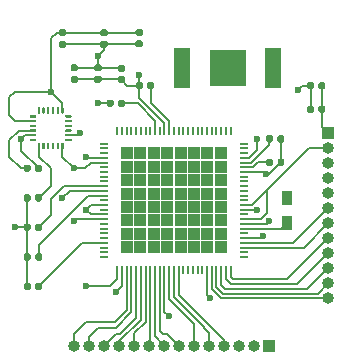
<source format=gtl>
G04 #@! TF.GenerationSoftware,KiCad,Pcbnew,(5.1.6)-1*
G04 #@! TF.CreationDate,2021-01-19T17:49:51-08:00*
G04 #@! TF.ProjectId,scum3c-devboard,7363756d-3363-42d6-9465-76626f617264,rev?*
G04 #@! TF.SameCoordinates,Original*
G04 #@! TF.FileFunction,Copper,L1,Top*
G04 #@! TF.FilePolarity,Positive*
%FSLAX46Y46*%
G04 Gerber Fmt 4.6, Leading zero omitted, Abs format (unit mm)*
G04 Created by KiCad (PCBNEW (5.1.6)-1) date 2021-01-19 17:49:51*
%MOMM*%
%LPD*%
G01*
G04 APERTURE LIST*
G04 #@! TA.AperFunction,ComponentPad*
%ADD10O,1.000000X1.000000*%
G04 #@! TD*
G04 #@! TA.AperFunction,ComponentPad*
%ADD11R,1.000000X1.000000*%
G04 #@! TD*
G04 #@! TA.AperFunction,ComponentPad*
%ADD12C,0.568750*%
G04 #@! TD*
G04 #@! TA.AperFunction,SMDPad,CuDef*
%ADD13R,1.137500X1.137500*%
G04 #@! TD*
G04 #@! TA.AperFunction,SMDPad,CuDef*
%ADD14O,0.200000X0.800000*%
G04 #@! TD*
G04 #@! TA.AperFunction,SMDPad,CuDef*
%ADD15O,0.800000X0.200000*%
G04 #@! TD*
G04 #@! TA.AperFunction,SMDPad,CuDef*
%ADD16R,0.900000X1.200000*%
G04 #@! TD*
G04 #@! TA.AperFunction,SMDPad,CuDef*
%ADD17R,1.350000X3.500000*%
G04 #@! TD*
G04 #@! TA.AperFunction,SMDPad,CuDef*
%ADD18R,3.170000X3.170000*%
G04 #@! TD*
G04 #@! TA.AperFunction,ViaPad*
%ADD19C,0.600000*%
G04 #@! TD*
G04 #@! TA.AperFunction,Conductor*
%ADD20C,0.200000*%
G04 #@! TD*
G04 APERTURE END LIST*
D10*
G04 #@! TO.P,JB1,12*
G04 #@! TO.N,/RsTx*
X115500000Y-101470000D03*
G04 #@! TO.P,JB1,11*
G04 #@! TO.N,/RsRx*
X115500000Y-100200000D03*
G04 #@! TO.P,JB1,10*
G04 #@! TO.N,/3WB_CLK*
X115500000Y-98930000D03*
G04 #@! TO.P,JB1,9*
G04 #@! TO.N,/3WB_ENB*
X115500000Y-97660000D03*
G04 #@! TO.P,JB1,8*
G04 #@! TO.N,/3WB_DATA*
X115500000Y-96390000D03*
G04 #@! TO.P,JB1,7*
G04 #@! TO.N,/SENSOR_LDO_OUTPUT*
X115500000Y-95120000D03*
G04 #@! TO.P,JB1,6*
G04 #@! TO.N,/SENSOR_EXT_IN*
X115500000Y-93850000D03*
G04 #@! TO.P,JB1,5*
G04 #@! TO.N,/BOOT_SOURCE_SEL*
X115500000Y-92580000D03*
G04 #@! TO.P,JB1,4*
G04 #@! TO.N,+VDDD*
X115500000Y-91310000D03*
G04 #@! TO.P,JB1,3*
G04 #@! TO.N,+VDDIO*
X115500000Y-90040000D03*
G04 #@! TO.P,JB1,2*
G04 #@! TO.N,+VBAT*
X115500000Y-88770000D03*
D11*
G04 #@! TO.P,JB1,1*
G04 #@! TO.N,GND*
X115500000Y-87500000D03*
G04 #@! TD*
D10*
G04 #@! TO.P,JA1,14*
G04 #@! TO.N,/GPIO0*
X93990000Y-105500000D03*
G04 #@! TO.P,JA1,13*
G04 #@! TO.N,/GPIO1*
X95260000Y-105500000D03*
G04 #@! TO.P,JA1,12*
G04 #@! TO.N,/GPIO2*
X96530000Y-105500000D03*
G04 #@! TO.P,JA1,11*
G04 #@! TO.N,/GPIO3*
X97800000Y-105500000D03*
G04 #@! TO.P,JA1,10*
G04 #@! TO.N,/GPIO4*
X99070000Y-105500000D03*
G04 #@! TO.P,JA1,9*
G04 #@! TO.N,/GPIO5*
X100340000Y-105500000D03*
G04 #@! TO.P,JA1,8*
G04 #@! TO.N,/GPIO6*
X101610000Y-105500000D03*
G04 #@! TO.P,JA1,7*
G04 #@! TO.N,/GPIO7*
X102880000Y-105500000D03*
G04 #@! TO.P,JA1,6*
G04 #@! TO.N,/GPIO8*
X104150000Y-105500000D03*
G04 #@! TO.P,JA1,5*
G04 #@! TO.N,/GPIO9*
X105420000Y-105500000D03*
G04 #@! TO.P,JA1,4*
G04 #@! TO.N,/GPIO10*
X106690000Y-105500000D03*
G04 #@! TO.P,JA1,3*
G04 #@! TO.N,GND*
X107960000Y-105500000D03*
G04 #@! TO.P,JA1,2*
X109230000Y-105500000D03*
D11*
G04 #@! TO.P,JA1,1*
X110500000Y-105500000D03*
G04 #@! TD*
G04 #@! TO.P,R13,2*
G04 #@! TO.N,GND*
G04 #@! TA.AperFunction,SMDPad,CuDef*
G36*
G01*
X111190000Y-88172500D02*
X111190000Y-87827500D01*
G75*
G02*
X111337500Y-87680000I147500J0D01*
G01*
X111632500Y-87680000D01*
G75*
G02*
X111780000Y-87827500I0J-147500D01*
G01*
X111780000Y-88172500D01*
G75*
G02*
X111632500Y-88320000I-147500J0D01*
G01*
X111337500Y-88320000D01*
G75*
G02*
X111190000Y-88172500I0J147500D01*
G01*
G37*
G04 #@! TD.AperFunction*
G04 #@! TO.P,R13,1*
G04 #@! TO.N,Net-(R13-Pad1)*
G04 #@! TA.AperFunction,SMDPad,CuDef*
G36*
G01*
X110220000Y-88172500D02*
X110220000Y-87827500D01*
G75*
G02*
X110367500Y-87680000I147500J0D01*
G01*
X110662500Y-87680000D01*
G75*
G02*
X110810000Y-87827500I0J-147500D01*
G01*
X110810000Y-88172500D01*
G75*
G02*
X110662500Y-88320000I-147500J0D01*
G01*
X110367500Y-88320000D01*
G75*
G02*
X110220000Y-88172500I0J147500D01*
G01*
G37*
G04 #@! TD.AperFunction*
G04 #@! TD*
G04 #@! TO.P,C24,1*
G04 #@! TO.N,+VDDAO*
G04 #@! TA.AperFunction,SMDPad,CuDef*
G36*
G01*
X98295000Y-84827500D02*
X98295000Y-85172500D01*
G75*
G02*
X98147500Y-85320000I-147500J0D01*
G01*
X97852500Y-85320000D01*
G75*
G02*
X97705000Y-85172500I0J147500D01*
G01*
X97705000Y-84827500D01*
G75*
G02*
X97852500Y-84680000I147500J0D01*
G01*
X98147500Y-84680000D01*
G75*
G02*
X98295000Y-84827500I0J-147500D01*
G01*
G37*
G04 #@! TD.AperFunction*
G04 #@! TO.P,C24,2*
G04 #@! TO.N,GND*
G04 #@! TA.AperFunction,SMDPad,CuDef*
G36*
G01*
X97325000Y-84827500D02*
X97325000Y-85172500D01*
G75*
G02*
X97177500Y-85320000I-147500J0D01*
G01*
X96882500Y-85320000D01*
G75*
G02*
X96735000Y-85172500I0J147500D01*
G01*
X96735000Y-84827500D01*
G75*
G02*
X96882500Y-84680000I147500J0D01*
G01*
X97177500Y-84680000D01*
G75*
G02*
X97325000Y-84827500I0J-147500D01*
G01*
G37*
G04 #@! TD.AperFunction*
G04 #@! TD*
D12*
G04 #@! TO.P,U8,101*
G04 #@! TO.N,GND*
X106412500Y-97187500D03*
X106412500Y-96050000D03*
X106412500Y-94912500D03*
X106412500Y-93775000D03*
X106412500Y-92637500D03*
X106412500Y-91500000D03*
X106412500Y-90362500D03*
X106412500Y-89225000D03*
X105275000Y-97187500D03*
X105275000Y-96050000D03*
X105275000Y-94912500D03*
X105275000Y-93775000D03*
X105275000Y-92637500D03*
X105275000Y-91500000D03*
X105275000Y-90362500D03*
X105275000Y-89225000D03*
X104137500Y-97187500D03*
X104137500Y-96050000D03*
X104137500Y-94912500D03*
X104137500Y-93775000D03*
X104137500Y-92637500D03*
X104137500Y-91500000D03*
X104137500Y-90362500D03*
X104137500Y-89225000D03*
X103000000Y-97187500D03*
X103000000Y-96050000D03*
X103000000Y-94912500D03*
X103000000Y-93775000D03*
X103000000Y-92637500D03*
X103000000Y-91500000D03*
X103000000Y-90362500D03*
X103000000Y-89225000D03*
X101862500Y-97187500D03*
X101862500Y-96050000D03*
X101862500Y-94912500D03*
X101862500Y-93775000D03*
X101862500Y-92637500D03*
X101862500Y-91500000D03*
X101862500Y-90362500D03*
X101862500Y-89225000D03*
X100725000Y-97187500D03*
X100725000Y-96050000D03*
X100725000Y-94912500D03*
X100725000Y-93775000D03*
X100725000Y-92637500D03*
X100725000Y-91500000D03*
X100725000Y-90362500D03*
X100725000Y-89225000D03*
X99587500Y-97187500D03*
X99587500Y-96050000D03*
X99587500Y-94912500D03*
X99587500Y-93775000D03*
X99587500Y-92637500D03*
X99587500Y-91500000D03*
X99587500Y-90362500D03*
X99587500Y-89225000D03*
X98450000Y-97187500D03*
X98450000Y-96050000D03*
X98450000Y-94912500D03*
X98450000Y-93775000D03*
X98450000Y-92637500D03*
X98450000Y-91500000D03*
X98450000Y-90362500D03*
X98450000Y-89225000D03*
D13*
X106412500Y-97187500D03*
X106412500Y-96050000D03*
X106412500Y-94912500D03*
X106412500Y-93775000D03*
X106412500Y-92637500D03*
X106412500Y-91500000D03*
X106412500Y-90362500D03*
X106412500Y-89225000D03*
X105275000Y-97187500D03*
X105275000Y-96050000D03*
X105275000Y-94912500D03*
X105275000Y-93775000D03*
X105275000Y-92637500D03*
X105275000Y-91500000D03*
X105275000Y-90362500D03*
X105275000Y-89225000D03*
X104137500Y-97187500D03*
X104137500Y-96050000D03*
X104137500Y-94912500D03*
X104137500Y-93775000D03*
X104137500Y-92637500D03*
X104137500Y-91500000D03*
X104137500Y-90362500D03*
X104137500Y-89225000D03*
X103000000Y-97187500D03*
X103000000Y-96050000D03*
X103000000Y-94912500D03*
X103000000Y-93775000D03*
X103000000Y-92637500D03*
X103000000Y-91500000D03*
X103000000Y-90362500D03*
X103000000Y-89225000D03*
X101862500Y-97187500D03*
X101862500Y-96050000D03*
X101862500Y-94912500D03*
X101862500Y-93775000D03*
X101862500Y-92637500D03*
X101862500Y-91500000D03*
X101862500Y-90362500D03*
X101862500Y-89225000D03*
X100725000Y-97187500D03*
X100725000Y-96050000D03*
X100725000Y-94912500D03*
X100725000Y-93775000D03*
X100725000Y-92637500D03*
X100725000Y-91500000D03*
X100725000Y-90362500D03*
X100725000Y-89225000D03*
X99587500Y-97187500D03*
X99587500Y-96050000D03*
X99587500Y-94912500D03*
X99587500Y-93775000D03*
X99587500Y-92637500D03*
X99587500Y-91500000D03*
X99587500Y-90362500D03*
X99587500Y-89225000D03*
X98450000Y-97187500D03*
X98450000Y-96050000D03*
X98450000Y-94912500D03*
X98450000Y-93775000D03*
X98450000Y-92637500D03*
X98450000Y-91500000D03*
X98450000Y-90362500D03*
X98450000Y-89225000D03*
D14*
G04 #@! TO.P,U8,100*
G04 #@! TO.N,N/C*
X97631250Y-87306250D03*
G04 #@! TO.P,U8,99*
X98031250Y-87306250D03*
G04 #@! TO.P,U8,98*
X98431250Y-87306250D03*
G04 #@! TO.P,U8,97*
X98831250Y-87306250D03*
G04 #@! TO.P,U8,96*
X99231250Y-87306250D03*
G04 #@! TO.P,U8,95*
X99631250Y-87306250D03*
G04 #@! TO.P,U8,94*
X100031250Y-87306250D03*
G04 #@! TO.P,U8,93*
X100431250Y-87306250D03*
G04 #@! TO.P,U8,92*
G04 #@! TO.N,+VDDAO*
X100831250Y-87306250D03*
G04 #@! TO.P,U8,91*
G04 #@! TO.N,N/C*
X101231250Y-87306250D03*
G04 #@! TO.P,U8,90*
G04 #@! TO.N,+VDDD*
X101631250Y-87306250D03*
G04 #@! TO.P,U8,89*
G04 #@! TO.N,Net-(R12-Pad2)*
X102031250Y-87306250D03*
G04 #@! TO.P,U8,88*
G04 #@! TO.N,N/C*
X102431250Y-87306250D03*
G04 #@! TO.P,U8,87*
X102831250Y-87306250D03*
G04 #@! TO.P,U8,86*
X103231250Y-87306250D03*
G04 #@! TO.P,U8,85*
X103631250Y-87306250D03*
G04 #@! TO.P,U8,84*
X104031250Y-87306250D03*
G04 #@! TO.P,U8,83*
X104431250Y-87306250D03*
G04 #@! TO.P,U8,82*
X104831250Y-87306250D03*
G04 #@! TO.P,U8,81*
X105231250Y-87306250D03*
G04 #@! TO.P,U8,80*
X105631250Y-87306250D03*
G04 #@! TO.P,U8,79*
X106031250Y-87306250D03*
G04 #@! TO.P,U8,78*
X106431250Y-87306250D03*
G04 #@! TO.P,U8,77*
X106831250Y-87306250D03*
G04 #@! TO.P,U8,76*
X107231250Y-87306250D03*
D15*
G04 #@! TO.P,U8,75*
X108331250Y-88406250D03*
G04 #@! TO.P,U8,74*
X108331250Y-88806250D03*
G04 #@! TO.P,U8,73*
X108331250Y-89206250D03*
G04 #@! TO.P,U8,72*
G04 #@! TO.N,+VDDD*
X108331250Y-89606250D03*
G04 #@! TO.P,U8,71*
G04 #@! TO.N,Net-(R13-Pad1)*
X108331250Y-90006250D03*
G04 #@! TO.P,U8,70*
G04 #@! TO.N,/scumsheet/AUX_LDO_OUTPUT*
X108331250Y-90406250D03*
G04 #@! TO.P,U8,69*
G04 #@! TO.N,GND*
X108331250Y-90806250D03*
G04 #@! TO.P,U8,68*
G04 #@! TO.N,N/C*
X108331250Y-91206250D03*
G04 #@! TO.P,U8,67*
X108331250Y-91606250D03*
G04 #@! TO.P,U8,66*
X108331250Y-92006250D03*
G04 #@! TO.P,U8,65*
X108331250Y-92406250D03*
G04 #@! TO.P,U8,64*
X108331250Y-92806250D03*
G04 #@! TO.P,U8,63*
X108331250Y-93206250D03*
G04 #@! TO.P,U8,62*
G04 #@! TO.N,+VBAT*
X108331250Y-93606250D03*
G04 #@! TO.P,U8,61*
G04 #@! TO.N,/BOOT_SOURCE_SEL*
X108331250Y-94006250D03*
G04 #@! TO.P,U8,60*
G04 #@! TO.N,N/C*
X108331250Y-94406250D03*
G04 #@! TO.P,U8,59*
G04 #@! TO.N,+VBAT*
X108331250Y-94806250D03*
G04 #@! TO.P,U8,58*
G04 #@! TO.N,GND*
X108331250Y-95206250D03*
G04 #@! TO.P,U8,57*
G04 #@! TO.N,Net-(LED1-Pad2)*
X108331250Y-95606250D03*
G04 #@! TO.P,U8,56*
G04 #@! TO.N,N/C*
X108331250Y-96006250D03*
G04 #@! TO.P,U8,55*
G04 #@! TO.N,GND*
X108331250Y-96406250D03*
G04 #@! TO.P,U8,54*
G04 #@! TO.N,/SENSOR_EXT_IN*
X108331250Y-96806250D03*
G04 #@! TO.P,U8,53*
G04 #@! TO.N,/SENSOR_LDO_OUTPUT*
X108331250Y-97206250D03*
G04 #@! TO.P,U8,52*
G04 #@! TO.N,N/C*
X108331250Y-97606250D03*
G04 #@! TO.P,U8,51*
X108331250Y-98006250D03*
D14*
G04 #@! TO.P,U8,50*
G04 #@! TO.N,/3WB_DATA*
X107231250Y-99106250D03*
G04 #@! TO.P,U8,49*
G04 #@! TO.N,/3WB_ENB*
X106831250Y-99106250D03*
G04 #@! TO.P,U8,48*
G04 #@! TO.N,/3WB_CLK*
X106431250Y-99106250D03*
G04 #@! TO.P,U8,47*
G04 #@! TO.N,/RsRx*
X106031250Y-99106250D03*
G04 #@! TO.P,U8,46*
G04 #@! TO.N,/RsTx*
X105631250Y-99106250D03*
G04 #@! TO.P,U8,45*
G04 #@! TO.N,GND*
X105231250Y-99106250D03*
G04 #@! TO.P,U8,44*
G04 #@! TO.N,N/C*
X104831250Y-99106250D03*
G04 #@! TO.P,U8,43*
X104431250Y-99106250D03*
G04 #@! TO.P,U8,42*
X104031250Y-99106250D03*
G04 #@! TO.P,U8,41*
X103631250Y-99106250D03*
G04 #@! TO.P,U8,40*
X103231250Y-99106250D03*
G04 #@! TO.P,U8,39*
G04 #@! TO.N,/GPIO10*
X102831250Y-99106250D03*
G04 #@! TO.P,U8,38*
G04 #@! TO.N,/GPIO9*
X102431250Y-99106250D03*
G04 #@! TO.P,U8,37*
G04 #@! TO.N,/GPIO8*
X102031250Y-99106250D03*
G04 #@! TO.P,U8,36*
G04 #@! TO.N,+VDDIO*
X101631250Y-99106250D03*
G04 #@! TO.P,U8,35*
G04 #@! TO.N,/GPIO7*
X101231250Y-99106250D03*
G04 #@! TO.P,U8,34*
G04 #@! TO.N,/GPIO6*
X100831250Y-99106250D03*
G04 #@! TO.P,U8,33*
G04 #@! TO.N,/GPIO5*
X100431250Y-99106250D03*
G04 #@! TO.P,U8,32*
G04 #@! TO.N,/GPIO4*
X100031250Y-99106250D03*
G04 #@! TO.P,U8,31*
G04 #@! TO.N,/GPIO3*
X99631250Y-99106250D03*
G04 #@! TO.P,U8,30*
G04 #@! TO.N,/GPIO2*
X99231250Y-99106250D03*
G04 #@! TO.P,U8,29*
G04 #@! TO.N,/GPIO1*
X98831250Y-99106250D03*
G04 #@! TO.P,U8,28*
G04 #@! TO.N,/GPIO0*
X98431250Y-99106250D03*
G04 #@! TO.P,U8,27*
G04 #@! TO.N,GND*
X98031250Y-99106250D03*
G04 #@! TO.P,U8,26*
G04 #@! TO.N,+VBAT*
X97631250Y-99106250D03*
D15*
G04 #@! TO.P,U8,25*
G04 #@! TO.N,N/C*
X96531250Y-98006250D03*
G04 #@! TO.P,U8,24*
X96531250Y-97606250D03*
G04 #@! TO.P,U8,23*
X96531250Y-97206250D03*
G04 #@! TO.P,U8,22*
G04 #@! TO.N,Net-(C22-Pad1)*
X96531250Y-96806250D03*
G04 #@! TO.P,U8,21*
G04 #@! TO.N,N/C*
X96531250Y-96406250D03*
G04 #@! TO.P,U8,20*
X96531250Y-96006250D03*
G04 #@! TO.P,U8,19*
X96531250Y-95606250D03*
G04 #@! TO.P,U8,18*
X96531250Y-95206250D03*
G04 #@! TO.P,U8,17*
G04 #@! TO.N,+VBAT*
X96531250Y-94806250D03*
G04 #@! TO.P,U8,16*
G04 #@! TO.N,GND*
X96531250Y-94406250D03*
G04 #@! TO.P,U8,15*
G04 #@! TO.N,N/C*
X96531250Y-94006250D03*
G04 #@! TO.P,U8,14*
G04 #@! TO.N,GND*
X96531250Y-93606250D03*
G04 #@! TO.P,U8,13*
G04 #@! TO.N,N/C*
X96531250Y-93206250D03*
G04 #@! TO.P,U8,12*
G04 #@! TO.N,Net-(R14-Pad1)*
X96531250Y-92806250D03*
G04 #@! TO.P,U8,11*
G04 #@! TO.N,GND*
X96531250Y-92406250D03*
G04 #@! TO.P,U8,10*
G04 #@! TO.N,+VDD25*
X96531250Y-92006250D03*
G04 #@! TO.P,U8,9*
G04 #@! TO.N,N/C*
X96531250Y-91606250D03*
G04 #@! TO.P,U8,8*
X96531250Y-91206250D03*
G04 #@! TO.P,U8,7*
X96531250Y-90806250D03*
G04 #@! TO.P,U8,6*
X96531250Y-90406250D03*
G04 #@! TO.P,U8,5*
G04 #@! TO.N,GND*
X96531250Y-90006250D03*
G04 #@! TO.P,U8,4*
G04 #@! TO.N,+VBAT*
X96531250Y-89606250D03*
G04 #@! TO.P,U8,3*
G04 #@! TO.N,N/C*
X96531250Y-89206250D03*
G04 #@! TO.P,U8,2*
X96531250Y-88806250D03*
G04 #@! TO.P,U8,1*
X96531250Y-88406250D03*
G04 #@! TD*
D16*
G04 #@! TO.P,LED1,1*
G04 #@! TO.N,GND*
X112000000Y-93000000D03*
G04 #@! TO.P,LED1,2*
G04 #@! TO.N,Net-(LED1-Pad2)*
X112000000Y-95100000D03*
G04 #@! TD*
D17*
G04 #@! TO.P,BT1,3*
G04 #@! TO.N,N/C*
X110850000Y-82000000D03*
D18*
G04 #@! TO.P,BT1,2*
G04 #@! TO.N,GND*
X107000000Y-82000000D03*
D17*
G04 #@! TO.P,BT1,1*
G04 #@! TO.N,+VBAT*
X103150000Y-82000000D03*
G04 #@! TD*
G04 #@! TO.P,R14,2*
G04 #@! TO.N,GND*
G04 #@! TA.AperFunction,SMDPad,CuDef*
G36*
G01*
X90325000Y-97827500D02*
X90325000Y-98172500D01*
G75*
G02*
X90177500Y-98320000I-147500J0D01*
G01*
X89882500Y-98320000D01*
G75*
G02*
X89735000Y-98172500I0J147500D01*
G01*
X89735000Y-97827500D01*
G75*
G02*
X89882500Y-97680000I147500J0D01*
G01*
X90177500Y-97680000D01*
G75*
G02*
X90325000Y-97827500I0J-147500D01*
G01*
G37*
G04 #@! TD.AperFunction*
G04 #@! TO.P,R14,1*
G04 #@! TO.N,Net-(R14-Pad1)*
G04 #@! TA.AperFunction,SMDPad,CuDef*
G36*
G01*
X91295000Y-97827500D02*
X91295000Y-98172500D01*
G75*
G02*
X91147500Y-98320000I-147500J0D01*
G01*
X90852500Y-98320000D01*
G75*
G02*
X90705000Y-98172500I0J147500D01*
G01*
X90705000Y-97827500D01*
G75*
G02*
X90852500Y-97680000I147500J0D01*
G01*
X91147500Y-97680000D01*
G75*
G02*
X91295000Y-97827500I0J-147500D01*
G01*
G37*
G04 #@! TD.AperFunction*
G04 #@! TD*
G04 #@! TO.P,R12,2*
G04 #@! TO.N,Net-(R12-Pad2)*
G04 #@! TA.AperFunction,SMDPad,CuDef*
G36*
G01*
X100175000Y-83672500D02*
X100175000Y-83327500D01*
G75*
G02*
X100322500Y-83180000I147500J0D01*
G01*
X100617500Y-83180000D01*
G75*
G02*
X100765000Y-83327500I0J-147500D01*
G01*
X100765000Y-83672500D01*
G75*
G02*
X100617500Y-83820000I-147500J0D01*
G01*
X100322500Y-83820000D01*
G75*
G02*
X100175000Y-83672500I0J147500D01*
G01*
G37*
G04 #@! TD.AperFunction*
G04 #@! TO.P,R12,1*
G04 #@! TO.N,+VDDD*
G04 #@! TA.AperFunction,SMDPad,CuDef*
G36*
G01*
X99205000Y-83672500D02*
X99205000Y-83327500D01*
G75*
G02*
X99352500Y-83180000I147500J0D01*
G01*
X99647500Y-83180000D01*
G75*
G02*
X99795000Y-83327500I0J-147500D01*
G01*
X99795000Y-83672500D01*
G75*
G02*
X99647500Y-83820000I-147500J0D01*
G01*
X99352500Y-83820000D01*
G75*
G02*
X99205000Y-83672500I0J147500D01*
G01*
G37*
G04 #@! TD.AperFunction*
G04 #@! TD*
G04 #@! TO.P,C13,1*
G04 #@! TO.N,+VDDD*
G04 #@! TA.AperFunction,SMDPad,CuDef*
G36*
G01*
X96172500Y-83265000D02*
X95827500Y-83265000D01*
G75*
G02*
X95680000Y-83117500I0J147500D01*
G01*
X95680000Y-82822500D01*
G75*
G02*
X95827500Y-82675000I147500J0D01*
G01*
X96172500Y-82675000D01*
G75*
G02*
X96320000Y-82822500I0J-147500D01*
G01*
X96320000Y-83117500D01*
G75*
G02*
X96172500Y-83265000I-147500J0D01*
G01*
G37*
G04 #@! TD.AperFunction*
G04 #@! TO.P,C13,2*
G04 #@! TO.N,GND*
G04 #@! TA.AperFunction,SMDPad,CuDef*
G36*
G01*
X96172500Y-82295000D02*
X95827500Y-82295000D01*
G75*
G02*
X95680000Y-82147500I0J147500D01*
G01*
X95680000Y-81852500D01*
G75*
G02*
X95827500Y-81705000I147500J0D01*
G01*
X96172500Y-81705000D01*
G75*
G02*
X96320000Y-81852500I0J-147500D01*
G01*
X96320000Y-82147500D01*
G75*
G02*
X96172500Y-82295000I-147500J0D01*
G01*
G37*
G04 #@! TD.AperFunction*
G04 #@! TD*
G04 #@! TO.P,C14,1*
G04 #@! TO.N,+VBAT*
G04 #@! TA.AperFunction,SMDPad,CuDef*
G36*
G01*
X113705000Y-85672500D02*
X113705000Y-85327500D01*
G75*
G02*
X113852500Y-85180000I147500J0D01*
G01*
X114147500Y-85180000D01*
G75*
G02*
X114295000Y-85327500I0J-147500D01*
G01*
X114295000Y-85672500D01*
G75*
G02*
X114147500Y-85820000I-147500J0D01*
G01*
X113852500Y-85820000D01*
G75*
G02*
X113705000Y-85672500I0J147500D01*
G01*
G37*
G04 #@! TD.AperFunction*
G04 #@! TO.P,C14,2*
G04 #@! TO.N,GND*
G04 #@! TA.AperFunction,SMDPad,CuDef*
G36*
G01*
X114675000Y-85672500D02*
X114675000Y-85327500D01*
G75*
G02*
X114822500Y-85180000I147500J0D01*
G01*
X115117500Y-85180000D01*
G75*
G02*
X115265000Y-85327500I0J-147500D01*
G01*
X115265000Y-85672500D01*
G75*
G02*
X115117500Y-85820000I-147500J0D01*
G01*
X114822500Y-85820000D01*
G75*
G02*
X114675000Y-85672500I0J147500D01*
G01*
G37*
G04 #@! TD.AperFunction*
G04 #@! TD*
G04 #@! TO.P,C15,1*
G04 #@! TO.N,+VBAT*
G04 #@! TA.AperFunction,SMDPad,CuDef*
G36*
G01*
X113705000Y-83672500D02*
X113705000Y-83327500D01*
G75*
G02*
X113852500Y-83180000I147500J0D01*
G01*
X114147500Y-83180000D01*
G75*
G02*
X114295000Y-83327500I0J-147500D01*
G01*
X114295000Y-83672500D01*
G75*
G02*
X114147500Y-83820000I-147500J0D01*
G01*
X113852500Y-83820000D01*
G75*
G02*
X113705000Y-83672500I0J147500D01*
G01*
G37*
G04 #@! TD.AperFunction*
G04 #@! TO.P,C15,2*
G04 #@! TO.N,GND*
G04 #@! TA.AperFunction,SMDPad,CuDef*
G36*
G01*
X114675000Y-83672500D02*
X114675000Y-83327500D01*
G75*
G02*
X114822500Y-83180000I147500J0D01*
G01*
X115117500Y-83180000D01*
G75*
G02*
X115265000Y-83327500I0J-147500D01*
G01*
X115265000Y-83672500D01*
G75*
G02*
X115117500Y-83820000I-147500J0D01*
G01*
X114822500Y-83820000D01*
G75*
G02*
X114675000Y-83672500I0J147500D01*
G01*
G37*
G04 #@! TD.AperFunction*
G04 #@! TD*
G04 #@! TO.P,C16,2*
G04 #@! TO.N,GND*
G04 #@! TA.AperFunction,SMDPad,CuDef*
G36*
G01*
X92827500Y-79705000D02*
X93172500Y-79705000D01*
G75*
G02*
X93320000Y-79852500I0J-147500D01*
G01*
X93320000Y-80147500D01*
G75*
G02*
X93172500Y-80295000I-147500J0D01*
G01*
X92827500Y-80295000D01*
G75*
G02*
X92680000Y-80147500I0J147500D01*
G01*
X92680000Y-79852500D01*
G75*
G02*
X92827500Y-79705000I147500J0D01*
G01*
G37*
G04 #@! TD.AperFunction*
G04 #@! TO.P,C16,1*
G04 #@! TO.N,+VDDIO*
G04 #@! TA.AperFunction,SMDPad,CuDef*
G36*
G01*
X92827500Y-78735000D02*
X93172500Y-78735000D01*
G75*
G02*
X93320000Y-78882500I0J-147500D01*
G01*
X93320000Y-79177500D01*
G75*
G02*
X93172500Y-79325000I-147500J0D01*
G01*
X92827500Y-79325000D01*
G75*
G02*
X92680000Y-79177500I0J147500D01*
G01*
X92680000Y-78882500D01*
G75*
G02*
X92827500Y-78735000I147500J0D01*
G01*
G37*
G04 #@! TD.AperFunction*
G04 #@! TD*
G04 #@! TO.P,C17,1*
G04 #@! TO.N,+VDDIO*
G04 #@! TA.AperFunction,SMDPad,CuDef*
G36*
G01*
X96327500Y-78735000D02*
X96672500Y-78735000D01*
G75*
G02*
X96820000Y-78882500I0J-147500D01*
G01*
X96820000Y-79177500D01*
G75*
G02*
X96672500Y-79325000I-147500J0D01*
G01*
X96327500Y-79325000D01*
G75*
G02*
X96180000Y-79177500I0J147500D01*
G01*
X96180000Y-78882500D01*
G75*
G02*
X96327500Y-78735000I147500J0D01*
G01*
G37*
G04 #@! TD.AperFunction*
G04 #@! TO.P,C17,2*
G04 #@! TO.N,GND*
G04 #@! TA.AperFunction,SMDPad,CuDef*
G36*
G01*
X96327500Y-79705000D02*
X96672500Y-79705000D01*
G75*
G02*
X96820000Y-79852500I0J-147500D01*
G01*
X96820000Y-80147500D01*
G75*
G02*
X96672500Y-80295000I-147500J0D01*
G01*
X96327500Y-80295000D01*
G75*
G02*
X96180000Y-80147500I0J147500D01*
G01*
X96180000Y-79852500D01*
G75*
G02*
X96327500Y-79705000I147500J0D01*
G01*
G37*
G04 #@! TD.AperFunction*
G04 #@! TD*
G04 #@! TO.P,C18,2*
G04 #@! TO.N,+VDDD*
G04 #@! TA.AperFunction,SMDPad,CuDef*
G36*
G01*
X93827500Y-82675000D02*
X94172500Y-82675000D01*
G75*
G02*
X94320000Y-82822500I0J-147500D01*
G01*
X94320000Y-83117500D01*
G75*
G02*
X94172500Y-83265000I-147500J0D01*
G01*
X93827500Y-83265000D01*
G75*
G02*
X93680000Y-83117500I0J147500D01*
G01*
X93680000Y-82822500D01*
G75*
G02*
X93827500Y-82675000I147500J0D01*
G01*
G37*
G04 #@! TD.AperFunction*
G04 #@! TO.P,C18,1*
G04 #@! TO.N,GND*
G04 #@! TA.AperFunction,SMDPad,CuDef*
G36*
G01*
X93827500Y-81705000D02*
X94172500Y-81705000D01*
G75*
G02*
X94320000Y-81852500I0J-147500D01*
G01*
X94320000Y-82147500D01*
G75*
G02*
X94172500Y-82295000I-147500J0D01*
G01*
X93827500Y-82295000D01*
G75*
G02*
X93680000Y-82147500I0J147500D01*
G01*
X93680000Y-81852500D01*
G75*
G02*
X93827500Y-81705000I147500J0D01*
G01*
G37*
G04 #@! TD.AperFunction*
G04 #@! TD*
G04 #@! TO.P,C19,1*
G04 #@! TO.N,GND*
G04 #@! TA.AperFunction,SMDPad,CuDef*
G36*
G01*
X97827500Y-81735000D02*
X98172500Y-81735000D01*
G75*
G02*
X98320000Y-81882500I0J-147500D01*
G01*
X98320000Y-82177500D01*
G75*
G02*
X98172500Y-82325000I-147500J0D01*
G01*
X97827500Y-82325000D01*
G75*
G02*
X97680000Y-82177500I0J147500D01*
G01*
X97680000Y-81882500D01*
G75*
G02*
X97827500Y-81735000I147500J0D01*
G01*
G37*
G04 #@! TD.AperFunction*
G04 #@! TO.P,C19,2*
G04 #@! TO.N,+VDDD*
G04 #@! TA.AperFunction,SMDPad,CuDef*
G36*
G01*
X97827500Y-82705000D02*
X98172500Y-82705000D01*
G75*
G02*
X98320000Y-82852500I0J-147500D01*
G01*
X98320000Y-83147500D01*
G75*
G02*
X98172500Y-83295000I-147500J0D01*
G01*
X97827500Y-83295000D01*
G75*
G02*
X97680000Y-83147500I0J147500D01*
G01*
X97680000Y-82852500D01*
G75*
G02*
X97827500Y-82705000I147500J0D01*
G01*
G37*
G04 #@! TD.AperFunction*
G04 #@! TD*
G04 #@! TO.P,C20,2*
G04 #@! TO.N,/scumsheet/AUX_LDO_OUTPUT*
G04 #@! TA.AperFunction,SMDPad,CuDef*
G36*
G01*
X110825000Y-89827500D02*
X110825000Y-90172500D01*
G75*
G02*
X110677500Y-90320000I-147500J0D01*
G01*
X110382500Y-90320000D01*
G75*
G02*
X110235000Y-90172500I0J147500D01*
G01*
X110235000Y-89827500D01*
G75*
G02*
X110382500Y-89680000I147500J0D01*
G01*
X110677500Y-89680000D01*
G75*
G02*
X110825000Y-89827500I0J-147500D01*
G01*
G37*
G04 #@! TD.AperFunction*
G04 #@! TO.P,C20,1*
G04 #@! TO.N,GND*
G04 #@! TA.AperFunction,SMDPad,CuDef*
G36*
G01*
X111795000Y-89827500D02*
X111795000Y-90172500D01*
G75*
G02*
X111647500Y-90320000I-147500J0D01*
G01*
X111352500Y-90320000D01*
G75*
G02*
X111205000Y-90172500I0J147500D01*
G01*
X111205000Y-89827500D01*
G75*
G02*
X111352500Y-89680000I147500J0D01*
G01*
X111647500Y-89680000D01*
G75*
G02*
X111795000Y-89827500I0J-147500D01*
G01*
G37*
G04 #@! TD.AperFunction*
G04 #@! TD*
G04 #@! TO.P,C21,1*
G04 #@! TO.N,+VDD25*
G04 #@! TA.AperFunction,SMDPad,CuDef*
G36*
G01*
X91265000Y-95327500D02*
X91265000Y-95672500D01*
G75*
G02*
X91117500Y-95820000I-147500J0D01*
G01*
X90822500Y-95820000D01*
G75*
G02*
X90675000Y-95672500I0J147500D01*
G01*
X90675000Y-95327500D01*
G75*
G02*
X90822500Y-95180000I147500J0D01*
G01*
X91117500Y-95180000D01*
G75*
G02*
X91265000Y-95327500I0J-147500D01*
G01*
G37*
G04 #@! TD.AperFunction*
G04 #@! TO.P,C21,2*
G04 #@! TO.N,GND*
G04 #@! TA.AperFunction,SMDPad,CuDef*
G36*
G01*
X90295000Y-95327500D02*
X90295000Y-95672500D01*
G75*
G02*
X90147500Y-95820000I-147500J0D01*
G01*
X89852500Y-95820000D01*
G75*
G02*
X89705000Y-95672500I0J147500D01*
G01*
X89705000Y-95327500D01*
G75*
G02*
X89852500Y-95180000I147500J0D01*
G01*
X90147500Y-95180000D01*
G75*
G02*
X90295000Y-95327500I0J-147500D01*
G01*
G37*
G04 #@! TD.AperFunction*
G04 #@! TD*
G04 #@! TO.P,C22,1*
G04 #@! TO.N,Net-(C22-Pad1)*
G04 #@! TA.AperFunction,SMDPad,CuDef*
G36*
G01*
X91295000Y-100327500D02*
X91295000Y-100672500D01*
G75*
G02*
X91147500Y-100820000I-147500J0D01*
G01*
X90852500Y-100820000D01*
G75*
G02*
X90705000Y-100672500I0J147500D01*
G01*
X90705000Y-100327500D01*
G75*
G02*
X90852500Y-100180000I147500J0D01*
G01*
X91147500Y-100180000D01*
G75*
G02*
X91295000Y-100327500I0J-147500D01*
G01*
G37*
G04 #@! TD.AperFunction*
G04 #@! TO.P,C22,2*
G04 #@! TO.N,GND*
G04 #@! TA.AperFunction,SMDPad,CuDef*
G36*
G01*
X90325000Y-100327500D02*
X90325000Y-100672500D01*
G75*
G02*
X90177500Y-100820000I-147500J0D01*
G01*
X89882500Y-100820000D01*
G75*
G02*
X89735000Y-100672500I0J147500D01*
G01*
X89735000Y-100327500D01*
G75*
G02*
X89882500Y-100180000I147500J0D01*
G01*
X90177500Y-100180000D01*
G75*
G02*
X90325000Y-100327500I0J-147500D01*
G01*
G37*
G04 #@! TD.AperFunction*
G04 #@! TD*
G04 #@! TO.P,C25,2*
G04 #@! TO.N,GND*
G04 #@! TA.AperFunction,SMDPad,CuDef*
G36*
G01*
X90675000Y-90672500D02*
X90675000Y-90327500D01*
G75*
G02*
X90822500Y-90180000I147500J0D01*
G01*
X91117500Y-90180000D01*
G75*
G02*
X91265000Y-90327500I0J-147500D01*
G01*
X91265000Y-90672500D01*
G75*
G02*
X91117500Y-90820000I-147500J0D01*
G01*
X90822500Y-90820000D01*
G75*
G02*
X90675000Y-90672500I0J147500D01*
G01*
G37*
G04 #@! TD.AperFunction*
G04 #@! TO.P,C25,1*
G04 #@! TO.N,Net-(C25-Pad1)*
G04 #@! TA.AperFunction,SMDPad,CuDef*
G36*
G01*
X89705000Y-90672500D02*
X89705000Y-90327500D01*
G75*
G02*
X89852500Y-90180000I147500J0D01*
G01*
X90147500Y-90180000D01*
G75*
G02*
X90295000Y-90327500I0J-147500D01*
G01*
X90295000Y-90672500D01*
G75*
G02*
X90147500Y-90820000I-147500J0D01*
G01*
X89852500Y-90820000D01*
G75*
G02*
X89705000Y-90672500I0J147500D01*
G01*
G37*
G04 #@! TD.AperFunction*
G04 #@! TD*
G04 #@! TO.P,C26,1*
G04 #@! TO.N,+UART33*
G04 #@! TA.AperFunction,SMDPad,CuDef*
G36*
G01*
X91265000Y-92827500D02*
X91265000Y-93172500D01*
G75*
G02*
X91117500Y-93320000I-147500J0D01*
G01*
X90822500Y-93320000D01*
G75*
G02*
X90675000Y-93172500I0J147500D01*
G01*
X90675000Y-92827500D01*
G75*
G02*
X90822500Y-92680000I147500J0D01*
G01*
X91117500Y-92680000D01*
G75*
G02*
X91265000Y-92827500I0J-147500D01*
G01*
G37*
G04 #@! TD.AperFunction*
G04 #@! TO.P,C26,2*
G04 #@! TO.N,GND*
G04 #@! TA.AperFunction,SMDPad,CuDef*
G36*
G01*
X90295000Y-92827500D02*
X90295000Y-93172500D01*
G75*
G02*
X90147500Y-93320000I-147500J0D01*
G01*
X89852500Y-93320000D01*
G75*
G02*
X89705000Y-93172500I0J147500D01*
G01*
X89705000Y-92827500D01*
G75*
G02*
X89852500Y-92680000I147500J0D01*
G01*
X90147500Y-92680000D01*
G75*
G02*
X90295000Y-92827500I0J-147500D01*
G01*
G37*
G04 #@! TD.AperFunction*
G04 #@! TD*
G04 #@! TO.P,C27,1*
G04 #@! TO.N,+VDDIO*
G04 #@! TA.AperFunction,SMDPad,CuDef*
G36*
G01*
X99327500Y-78705000D02*
X99672500Y-78705000D01*
G75*
G02*
X99820000Y-78852500I0J-147500D01*
G01*
X99820000Y-79147500D01*
G75*
G02*
X99672500Y-79295000I-147500J0D01*
G01*
X99327500Y-79295000D01*
G75*
G02*
X99180000Y-79147500I0J147500D01*
G01*
X99180000Y-78852500D01*
G75*
G02*
X99327500Y-78705000I147500J0D01*
G01*
G37*
G04 #@! TD.AperFunction*
G04 #@! TO.P,C27,2*
G04 #@! TO.N,GND*
G04 #@! TA.AperFunction,SMDPad,CuDef*
G36*
G01*
X99327500Y-79675000D02*
X99672500Y-79675000D01*
G75*
G02*
X99820000Y-79822500I0J-147500D01*
G01*
X99820000Y-80117500D01*
G75*
G02*
X99672500Y-80265000I-147500J0D01*
G01*
X99327500Y-80265000D01*
G75*
G02*
X99180000Y-80117500I0J147500D01*
G01*
X99180000Y-79822500D01*
G75*
G02*
X99327500Y-79675000I147500J0D01*
G01*
G37*
G04 #@! TD.AperFunction*
G04 #@! TD*
G04 #@! TO.P,U9AB1,24*
G04 #@! TO.N,N/C*
G04 #@! TA.AperFunction,SMDPad,CuDef*
G36*
G01*
X93225000Y-86150000D02*
X93225000Y-86050000D01*
G75*
G02*
X93275000Y-86000000I50000J0D01*
G01*
X93725000Y-86000000D01*
G75*
G02*
X93775000Y-86050000I0J-50000D01*
G01*
X93775000Y-86150000D01*
G75*
G02*
X93725000Y-86200000I-50000J0D01*
G01*
X93275000Y-86200000D01*
G75*
G02*
X93225000Y-86150000I0J50000D01*
G01*
G37*
G04 #@! TD.AperFunction*
G04 #@! TO.P,U9AB1,23*
G04 #@! TA.AperFunction,SMDPad,CuDef*
G36*
G01*
X93225000Y-86550000D02*
X93225000Y-86450000D01*
G75*
G02*
X93275000Y-86400000I50000J0D01*
G01*
X93725000Y-86400000D01*
G75*
G02*
X93775000Y-86450000I0J-50000D01*
G01*
X93775000Y-86550000D01*
G75*
G02*
X93725000Y-86600000I-50000J0D01*
G01*
X93275000Y-86600000D01*
G75*
G02*
X93225000Y-86550000I0J50000D01*
G01*
G37*
G04 #@! TD.AperFunction*
G04 #@! TO.P,U9AB1,22*
G04 #@! TA.AperFunction,SMDPad,CuDef*
G36*
G01*
X93225000Y-86950000D02*
X93225000Y-86850000D01*
G75*
G02*
X93275000Y-86800000I50000J0D01*
G01*
X93725000Y-86800000D01*
G75*
G02*
X93775000Y-86850000I0J-50000D01*
G01*
X93775000Y-86950000D01*
G75*
G02*
X93725000Y-87000000I-50000J0D01*
G01*
X93275000Y-87000000D01*
G75*
G02*
X93225000Y-86950000I0J50000D01*
G01*
G37*
G04 #@! TD.AperFunction*
G04 #@! TO.P,U9AB1,21*
G04 #@! TA.AperFunction,SMDPad,CuDef*
G36*
G01*
X93225000Y-87350000D02*
X93225000Y-87250000D01*
G75*
G02*
X93275000Y-87200000I50000J0D01*
G01*
X93725000Y-87200000D01*
G75*
G02*
X93775000Y-87250000I0J-50000D01*
G01*
X93775000Y-87350000D01*
G75*
G02*
X93725000Y-87400000I-50000J0D01*
G01*
X93275000Y-87400000D01*
G75*
G02*
X93225000Y-87350000I0J50000D01*
G01*
G37*
G04 #@! TD.AperFunction*
G04 #@! TO.P,U9AB1,20*
G04 #@! TO.N,GND*
G04 #@! TA.AperFunction,SMDPad,CuDef*
G36*
G01*
X93225000Y-87750000D02*
X93225000Y-87650000D01*
G75*
G02*
X93275000Y-87600000I50000J0D01*
G01*
X93725000Y-87600000D01*
G75*
G02*
X93775000Y-87650000I0J-50000D01*
G01*
X93775000Y-87750000D01*
G75*
G02*
X93725000Y-87800000I-50000J0D01*
G01*
X93275000Y-87800000D01*
G75*
G02*
X93225000Y-87750000I0J50000D01*
G01*
G37*
G04 #@! TD.AperFunction*
G04 #@! TO.P,U9AB1,19*
G04 #@! TO.N,N/C*
G04 #@! TA.AperFunction,SMDPad,CuDef*
G36*
G01*
X93225000Y-88150000D02*
X93225000Y-88050000D01*
G75*
G02*
X93275000Y-88000000I50000J0D01*
G01*
X93725000Y-88000000D01*
G75*
G02*
X93775000Y-88050000I0J-50000D01*
G01*
X93775000Y-88150000D01*
G75*
G02*
X93725000Y-88200000I-50000J0D01*
G01*
X93275000Y-88200000D01*
G75*
G02*
X93225000Y-88150000I0J50000D01*
G01*
G37*
G04 #@! TD.AperFunction*
G04 #@! TO.P,U9AB1,18*
G04 #@! TO.N,GND*
G04 #@! TA.AperFunction,SMDPad,CuDef*
G36*
G01*
X92950000Y-88325000D02*
X93050000Y-88325000D01*
G75*
G02*
X93100000Y-88375000I0J-50000D01*
G01*
X93100000Y-88825000D01*
G75*
G02*
X93050000Y-88875000I-50000J0D01*
G01*
X92950000Y-88875000D01*
G75*
G02*
X92900000Y-88825000I0J50000D01*
G01*
X92900000Y-88375000D01*
G75*
G02*
X92950000Y-88325000I50000J0D01*
G01*
G37*
G04 #@! TD.AperFunction*
G04 #@! TO.P,U9AB1,17*
G04 #@! TO.N,N/C*
G04 #@! TA.AperFunction,SMDPad,CuDef*
G36*
G01*
X92550000Y-88325000D02*
X92650000Y-88325000D01*
G75*
G02*
X92700000Y-88375000I0J-50000D01*
G01*
X92700000Y-88825000D01*
G75*
G02*
X92650000Y-88875000I-50000J0D01*
G01*
X92550000Y-88875000D01*
G75*
G02*
X92500000Y-88825000I0J50000D01*
G01*
X92500000Y-88375000D01*
G75*
G02*
X92550000Y-88325000I50000J0D01*
G01*
G37*
G04 #@! TD.AperFunction*
G04 #@! TO.P,U9AB1,16*
G04 #@! TA.AperFunction,SMDPad,CuDef*
G36*
G01*
X92150000Y-88325000D02*
X92250000Y-88325000D01*
G75*
G02*
X92300000Y-88375000I0J-50000D01*
G01*
X92300000Y-88825000D01*
G75*
G02*
X92250000Y-88875000I-50000J0D01*
G01*
X92150000Y-88875000D01*
G75*
G02*
X92100000Y-88825000I0J50000D01*
G01*
X92100000Y-88375000D01*
G75*
G02*
X92150000Y-88325000I50000J0D01*
G01*
G37*
G04 #@! TD.AperFunction*
G04 #@! TO.P,U9AB1,15*
G04 #@! TA.AperFunction,SMDPad,CuDef*
G36*
G01*
X91750000Y-88325000D02*
X91850000Y-88325000D01*
G75*
G02*
X91900000Y-88375000I0J-50000D01*
G01*
X91900000Y-88825000D01*
G75*
G02*
X91850000Y-88875000I-50000J0D01*
G01*
X91750000Y-88875000D01*
G75*
G02*
X91700000Y-88825000I0J50000D01*
G01*
X91700000Y-88375000D01*
G75*
G02*
X91750000Y-88325000I50000J0D01*
G01*
G37*
G04 #@! TD.AperFunction*
G04 #@! TO.P,U9AB1,14*
G04 #@! TA.AperFunction,SMDPad,CuDef*
G36*
G01*
X91350000Y-88325000D02*
X91450000Y-88325000D01*
G75*
G02*
X91500000Y-88375000I0J-50000D01*
G01*
X91500000Y-88825000D01*
G75*
G02*
X91450000Y-88875000I-50000J0D01*
G01*
X91350000Y-88875000D01*
G75*
G02*
X91300000Y-88825000I0J50000D01*
G01*
X91300000Y-88375000D01*
G75*
G02*
X91350000Y-88325000I50000J0D01*
G01*
G37*
G04 #@! TD.AperFunction*
G04 #@! TO.P,U9AB1,13*
G04 #@! TO.N,+UART33*
G04 #@! TA.AperFunction,SMDPad,CuDef*
G36*
G01*
X90950000Y-88325000D02*
X91050000Y-88325000D01*
G75*
G02*
X91100000Y-88375000I0J-50000D01*
G01*
X91100000Y-88825000D01*
G75*
G02*
X91050000Y-88875000I-50000J0D01*
G01*
X90950000Y-88875000D01*
G75*
G02*
X90900000Y-88825000I0J50000D01*
G01*
X90900000Y-88375000D01*
G75*
G02*
X90950000Y-88325000I50000J0D01*
G01*
G37*
G04 #@! TD.AperFunction*
G04 #@! TO.P,U9AB1,12*
G04 #@! TO.N,N/C*
G04 #@! TA.AperFunction,SMDPad,CuDef*
G36*
G01*
X90225000Y-88150000D02*
X90225000Y-88050000D01*
G75*
G02*
X90275000Y-88000000I50000J0D01*
G01*
X90725000Y-88000000D01*
G75*
G02*
X90775000Y-88050000I0J-50000D01*
G01*
X90775000Y-88150000D01*
G75*
G02*
X90725000Y-88200000I-50000J0D01*
G01*
X90275000Y-88200000D01*
G75*
G02*
X90225000Y-88150000I0J50000D01*
G01*
G37*
G04 #@! TD.AperFunction*
G04 #@! TO.P,U9AB1,11*
G04 #@! TO.N,GND*
G04 #@! TA.AperFunction,SMDPad,CuDef*
G36*
G01*
X90225000Y-87750000D02*
X90225000Y-87650000D01*
G75*
G02*
X90275000Y-87600000I50000J0D01*
G01*
X90725000Y-87600000D01*
G75*
G02*
X90775000Y-87650000I0J-50000D01*
G01*
X90775000Y-87750000D01*
G75*
G02*
X90725000Y-87800000I-50000J0D01*
G01*
X90275000Y-87800000D01*
G75*
G02*
X90225000Y-87750000I0J50000D01*
G01*
G37*
G04 #@! TD.AperFunction*
G04 #@! TO.P,U9AB1,10*
G04 #@! TO.N,Net-(C25-Pad1)*
G04 #@! TA.AperFunction,SMDPad,CuDef*
G36*
G01*
X90225000Y-87350000D02*
X90225000Y-87250000D01*
G75*
G02*
X90275000Y-87200000I50000J0D01*
G01*
X90725000Y-87200000D01*
G75*
G02*
X90775000Y-87250000I0J-50000D01*
G01*
X90775000Y-87350000D01*
G75*
G02*
X90725000Y-87400000I-50000J0D01*
G01*
X90275000Y-87400000D01*
G75*
G02*
X90225000Y-87350000I0J50000D01*
G01*
G37*
G04 #@! TD.AperFunction*
G04 #@! TO.P,U9AB1,9*
G04 #@! TO.N,N/C*
G04 #@! TA.AperFunction,SMDPad,CuDef*
G36*
G01*
X90225000Y-86950000D02*
X90225000Y-86850000D01*
G75*
G02*
X90275000Y-86800000I50000J0D01*
G01*
X90725000Y-86800000D01*
G75*
G02*
X90775000Y-86850000I0J-50000D01*
G01*
X90775000Y-86950000D01*
G75*
G02*
X90725000Y-87000000I-50000J0D01*
G01*
X90275000Y-87000000D01*
G75*
G02*
X90225000Y-86950000I0J50000D01*
G01*
G37*
G04 #@! TD.AperFunction*
G04 #@! TO.P,U9AB1,8*
G04 #@! TO.N,+VDDIO*
G04 #@! TA.AperFunction,SMDPad,CuDef*
G36*
G01*
X90225000Y-86550000D02*
X90225000Y-86450000D01*
G75*
G02*
X90275000Y-86400000I50000J0D01*
G01*
X90725000Y-86400000D01*
G75*
G02*
X90775000Y-86450000I0J-50000D01*
G01*
X90775000Y-86550000D01*
G75*
G02*
X90725000Y-86600000I-50000J0D01*
G01*
X90275000Y-86600000D01*
G75*
G02*
X90225000Y-86550000I0J50000D01*
G01*
G37*
G04 #@! TD.AperFunction*
G04 #@! TO.P,U9AB1,7*
G04 #@! TO.N,N/C*
G04 #@! TA.AperFunction,SMDPad,CuDef*
G36*
G01*
X90225000Y-86150000D02*
X90225000Y-86050000D01*
G75*
G02*
X90275000Y-86000000I50000J0D01*
G01*
X90725000Y-86000000D01*
G75*
G02*
X90775000Y-86050000I0J-50000D01*
G01*
X90775000Y-86150000D01*
G75*
G02*
X90725000Y-86200000I-50000J0D01*
G01*
X90275000Y-86200000D01*
G75*
G02*
X90225000Y-86150000I0J50000D01*
G01*
G37*
G04 #@! TD.AperFunction*
G04 #@! TO.P,U9AB1,6*
G04 #@! TA.AperFunction,SMDPad,CuDef*
G36*
G01*
X90950000Y-85325000D02*
X91050000Y-85325000D01*
G75*
G02*
X91100000Y-85375000I0J-50000D01*
G01*
X91100000Y-85825000D01*
G75*
G02*
X91050000Y-85875000I-50000J0D01*
G01*
X90950000Y-85875000D01*
G75*
G02*
X90900000Y-85825000I0J50000D01*
G01*
X90900000Y-85375000D01*
G75*
G02*
X90950000Y-85325000I50000J0D01*
G01*
G37*
G04 #@! TD.AperFunction*
G04 #@! TO.P,U9AB1,5*
G04 #@! TA.AperFunction,SMDPad,CuDef*
G36*
G01*
X91350000Y-85325000D02*
X91450000Y-85325000D01*
G75*
G02*
X91500000Y-85375000I0J-50000D01*
G01*
X91500000Y-85825000D01*
G75*
G02*
X91450000Y-85875000I-50000J0D01*
G01*
X91350000Y-85875000D01*
G75*
G02*
X91300000Y-85825000I0J50000D01*
G01*
X91300000Y-85375000D01*
G75*
G02*
X91350000Y-85325000I50000J0D01*
G01*
G37*
G04 #@! TD.AperFunction*
G04 #@! TO.P,U9AB1,4*
G04 #@! TA.AperFunction,SMDPad,CuDef*
G36*
G01*
X91750000Y-85325000D02*
X91850000Y-85325000D01*
G75*
G02*
X91900000Y-85375000I0J-50000D01*
G01*
X91900000Y-85825000D01*
G75*
G02*
X91850000Y-85875000I-50000J0D01*
G01*
X91750000Y-85875000D01*
G75*
G02*
X91700000Y-85825000I0J50000D01*
G01*
X91700000Y-85375000D01*
G75*
G02*
X91750000Y-85325000I50000J0D01*
G01*
G37*
G04 #@! TD.AperFunction*
G04 #@! TO.P,U9AB1,3*
G04 #@! TA.AperFunction,SMDPad,CuDef*
G36*
G01*
X92150000Y-85325000D02*
X92250000Y-85325000D01*
G75*
G02*
X92300000Y-85375000I0J-50000D01*
G01*
X92300000Y-85825000D01*
G75*
G02*
X92250000Y-85875000I-50000J0D01*
G01*
X92150000Y-85875000D01*
G75*
G02*
X92100000Y-85825000I0J50000D01*
G01*
X92100000Y-85375000D01*
G75*
G02*
X92150000Y-85325000I50000J0D01*
G01*
G37*
G04 #@! TD.AperFunction*
G04 #@! TO.P,U9AB1,2*
G04 #@! TA.AperFunction,SMDPad,CuDef*
G36*
G01*
X92550000Y-85325000D02*
X92650000Y-85325000D01*
G75*
G02*
X92700000Y-85375000I0J-50000D01*
G01*
X92700000Y-85825000D01*
G75*
G02*
X92650000Y-85875000I-50000J0D01*
G01*
X92550000Y-85875000D01*
G75*
G02*
X92500000Y-85825000I0J50000D01*
G01*
X92500000Y-85375000D01*
G75*
G02*
X92550000Y-85325000I50000J0D01*
G01*
G37*
G04 #@! TD.AperFunction*
G04 #@! TO.P,U9AB1,1*
G04 #@! TO.N,+VDDIO*
G04 #@! TA.AperFunction,SMDPad,CuDef*
G36*
G01*
X92950000Y-85325000D02*
X93050000Y-85325000D01*
G75*
G02*
X93100000Y-85375000I0J-50000D01*
G01*
X93100000Y-85825000D01*
G75*
G02*
X93050000Y-85875000I-50000J0D01*
G01*
X92950000Y-85875000D01*
G75*
G02*
X92900000Y-85825000I0J50000D01*
G01*
X92900000Y-85375000D01*
G75*
G02*
X92950000Y-85325000I50000J0D01*
G01*
G37*
G04 #@! TD.AperFunction*
G04 #@! TD*
D19*
G04 #@! TO.N,GND*
X93000000Y-93000000D03*
X97500000Y-101000000D03*
X105500000Y-101500000D03*
X110000000Y-96206250D03*
X95000000Y-94000000D03*
X94500000Y-87500000D03*
X94000000Y-90500000D03*
X89500000Y-88000000D03*
X107000000Y-82000000D03*
X96000000Y-85000000D03*
X89000000Y-95500000D03*
X96000000Y-81000000D03*
X110200000Y-91000000D03*
X112000000Y-93000000D03*
X110500000Y-95000000D03*
G04 #@! TO.N,+VBAT*
X95000000Y-100500000D03*
X95000000Y-89500000D03*
X94000000Y-95000000D03*
X103150000Y-82000000D03*
X112899999Y-83899999D03*
G04 #@! TO.N,+VDDD*
X99500000Y-82600000D03*
X109500000Y-88000000D03*
G04 #@! TO.N,+VDDIO*
X102000000Y-103000000D03*
X92000000Y-84000000D03*
G04 #@! TO.N,/BOOT_SOURCE_SEL*
X109500000Y-94000000D03*
G04 #@! TD*
D20*
G04 #@! TO.N,+UART33*
X91000000Y-88600000D02*
X91000000Y-89000000D01*
X92000000Y-91970000D02*
X90970000Y-93000000D01*
X92000000Y-90500000D02*
X92000000Y-91970000D01*
X91000000Y-88600000D02*
X91000000Y-89500000D01*
X91000000Y-89500000D02*
X92000000Y-90500000D01*
G04 #@! TO.N,GND*
X96531250Y-92406250D02*
X93593750Y-92406250D01*
X93593750Y-92406250D02*
X93000000Y-93000000D01*
X98031250Y-99106250D02*
X98031250Y-100468750D01*
X98031250Y-100468750D02*
X97500000Y-101000000D01*
X105231250Y-99106250D02*
X105231250Y-101231250D01*
X105231250Y-101231250D02*
X105500000Y-101500000D01*
X108331250Y-96406250D02*
X109800000Y-96406250D01*
X109800000Y-96406250D02*
X110000000Y-96206250D01*
X96531250Y-93606250D02*
X95393750Y-93606250D01*
X95393750Y-93606250D02*
X95000000Y-94000000D01*
X95406250Y-94406250D02*
X95000000Y-94000000D01*
X96531250Y-94406250D02*
X95406250Y-94406250D01*
X93500000Y-87700000D02*
X94300000Y-87700000D01*
X94300000Y-87700000D02*
X94500000Y-87500000D01*
X94888002Y-90500000D02*
X94000000Y-90500000D01*
X96531250Y-90006250D02*
X95381752Y-90006250D01*
X95381752Y-90006250D02*
X94888002Y-90500000D01*
X93000000Y-89500000D02*
X94000000Y-90500000D01*
X93000000Y-88600000D02*
X93000000Y-89500000D01*
X90500000Y-87700000D02*
X89800000Y-87700000D01*
X89800000Y-87700000D02*
X89500000Y-88000000D01*
X114970000Y-85500000D02*
X114970000Y-83500000D01*
X90970000Y-90500000D02*
X89500000Y-89030000D01*
X89500000Y-89030000D02*
X89500000Y-88000000D01*
X90000000Y-93000000D02*
X90000000Y-95500000D01*
X90000000Y-97970000D02*
X90030000Y-98000000D01*
X90000000Y-95500000D02*
X90000000Y-97970000D01*
X90030000Y-98000000D02*
X90030000Y-100500000D01*
X90000000Y-95500000D02*
X89000000Y-95500000D01*
X96030000Y-82030000D02*
X96000000Y-82000000D01*
X98000000Y-82030000D02*
X96030000Y-82030000D01*
X96000000Y-82000000D02*
X94000000Y-82000000D01*
X96000000Y-82000000D02*
X96000000Y-81000000D01*
X93000000Y-80000000D02*
X96500000Y-80000000D01*
X99470000Y-80000000D02*
X99500000Y-79970000D01*
X96500000Y-80000000D02*
X99470000Y-80000000D01*
X96500000Y-80500000D02*
X96000000Y-81000000D01*
X96500000Y-80000000D02*
X96500000Y-80500000D01*
X97030000Y-85000000D02*
X96000000Y-85000000D01*
X114970000Y-86970000D02*
X115500000Y-87500000D01*
X114970000Y-85500000D02*
X114970000Y-86970000D01*
X111485000Y-89985000D02*
X111500000Y-90000000D01*
X111485000Y-88000000D02*
X111485000Y-89985000D01*
X108331250Y-90806250D02*
X110006250Y-90806250D01*
X110006250Y-90806250D02*
X110200000Y-91000000D01*
X110500000Y-91000000D02*
X111500000Y-90000000D01*
X110200000Y-91000000D02*
X110500000Y-91000000D01*
X108331250Y-95206250D02*
X110293750Y-95206250D01*
X110293750Y-95206250D02*
X110500000Y-95000000D01*
G04 #@! TO.N,+VBAT*
X97631250Y-99106250D02*
X97631250Y-99868750D01*
X97631250Y-99868750D02*
X97000000Y-100500000D01*
X97000000Y-100500000D02*
X95000000Y-100500000D01*
X96531250Y-89606250D02*
X95106250Y-89606250D01*
X95106250Y-89606250D02*
X95000000Y-89500000D01*
X94193750Y-94806250D02*
X94000000Y-95000000D01*
X96531250Y-94806250D02*
X94193750Y-94806250D01*
X114000000Y-83500000D02*
X114000000Y-85500000D01*
X114000000Y-83500000D02*
X113299998Y-83500000D01*
X113299998Y-83500000D02*
X112899999Y-83899999D01*
X114230000Y-88770000D02*
X115500000Y-88770000D01*
X113841998Y-88770000D02*
X114230000Y-88770000D01*
X108331250Y-93606250D02*
X109005748Y-93606250D01*
X110305999Y-94305999D02*
X110305999Y-92305999D01*
X109805748Y-94806250D02*
X110305999Y-94305999D01*
X108331250Y-94806250D02*
X109805748Y-94806250D01*
X109005748Y-93606250D02*
X110305999Y-92305999D01*
X110305999Y-92305999D02*
X113841998Y-88770000D01*
G04 #@! TO.N,+VDDD*
X101631250Y-86696948D02*
X99500000Y-84565698D01*
X101631250Y-87306250D02*
X101631250Y-86696948D01*
X99500000Y-84565698D02*
X99500000Y-83500000D01*
X98500000Y-83500000D02*
X98000000Y-83000000D01*
X99500000Y-83500000D02*
X98500000Y-83500000D01*
X99500000Y-82600000D02*
X99500000Y-83500000D01*
X94000000Y-82970000D02*
X96000000Y-82970000D01*
X97970000Y-82970000D02*
X98000000Y-83000000D01*
X96000000Y-82970000D02*
X97970000Y-82970000D01*
X108331250Y-89606250D02*
X108828052Y-89606250D01*
X108828052Y-89606250D02*
X109500000Y-88934302D01*
X109500000Y-88934302D02*
X109500000Y-88000000D01*
G04 #@! TO.N,+VDDIO*
X99470000Y-79030000D02*
X99500000Y-79000000D01*
X96500000Y-79030000D02*
X99470000Y-79030000D01*
X101631250Y-99106250D02*
X101631250Y-102631250D01*
X101631250Y-102631250D02*
X102000000Y-103000000D01*
X90500000Y-86500000D02*
X89000000Y-86500000D01*
X89000000Y-86500000D02*
X88500000Y-86000000D01*
X88500000Y-86000000D02*
X88500000Y-84500000D01*
X88500000Y-84500000D02*
X89000000Y-84000000D01*
X89000000Y-84000000D02*
X92000000Y-84000000D01*
X93000010Y-85000010D02*
X93000010Y-85600000D01*
X92000000Y-84000000D02*
X93000010Y-85000010D01*
X92000000Y-84000000D02*
X92000000Y-79500000D01*
X92000000Y-79500000D02*
X92500000Y-79000000D01*
X92530000Y-79030000D02*
X93000000Y-79030000D01*
X92500000Y-79000000D02*
X92530000Y-79030000D01*
X93000000Y-79030000D02*
X96500000Y-79030000D01*
G04 #@! TO.N,/scumsheet/AUX_LDO_OUTPUT*
X108331250Y-90406250D02*
X109159448Y-90406250D01*
X109565698Y-90000000D02*
X110530000Y-90000000D01*
X109159448Y-90406250D02*
X109565698Y-90000000D01*
G04 #@! TO.N,+VDD25*
X93105748Y-92006250D02*
X92000000Y-93111998D01*
X96531250Y-92006250D02*
X93105748Y-92006250D01*
X92000000Y-94470000D02*
X90970000Y-95500000D01*
X92000000Y-93111998D02*
X92000000Y-94470000D01*
G04 #@! TO.N,Net-(C22-Pad1)*
X94693750Y-96806250D02*
X91000000Y-100500000D01*
X96531250Y-96806250D02*
X94693750Y-96806250D01*
G04 #@! TO.N,+VDDAO*
X100831250Y-87306250D02*
X100831250Y-86462646D01*
X99368604Y-85000000D02*
X98000000Y-85000000D01*
X100831250Y-86462646D02*
X99368604Y-85000000D01*
G04 #@! TO.N,Net-(C25-Pad1)*
X89311998Y-87300000D02*
X88500000Y-88111998D01*
X90500000Y-87300000D02*
X89311998Y-87300000D01*
X88500000Y-88111998D02*
X88500000Y-89500000D01*
X89500000Y-90500000D02*
X90000000Y-90500000D01*
X88500000Y-89500000D02*
X89500000Y-90500000D01*
G04 #@! TO.N,/GPIO7*
X101231250Y-99106250D02*
X101231250Y-104231250D01*
X101231250Y-104231250D02*
X101500000Y-104500000D01*
X101880000Y-104500000D02*
X102880000Y-105500000D01*
X101500000Y-104500000D02*
X101880000Y-104500000D01*
G04 #@! TO.N,/GPIO5*
X100431250Y-105408750D02*
X100340000Y-105500000D01*
X100431250Y-99106250D02*
X100431250Y-105408750D01*
G04 #@! TO.N,/GPIO3*
X97800000Y-105134301D02*
X97800000Y-105500000D01*
X99631250Y-103303052D02*
X97800000Y-105134301D01*
X99631250Y-99106250D02*
X99631250Y-103303052D01*
G04 #@! TO.N,/GPIO1*
X98831250Y-99106250D02*
X98831250Y-102668750D01*
X98831250Y-102668750D02*
X97500000Y-104000000D01*
X97500000Y-104000000D02*
X96000000Y-104000000D01*
X95260000Y-104740000D02*
X95260000Y-105500000D01*
X96000000Y-104000000D02*
X95260000Y-104740000D01*
G04 #@! TO.N,/GPIO6*
X100831250Y-104721250D02*
X101610000Y-105500000D01*
X100831250Y-99106250D02*
X100831250Y-104721250D01*
G04 #@! TO.N,/GPIO4*
X100031250Y-99106250D02*
X100031250Y-103468750D01*
X99070000Y-104430000D02*
X99070000Y-105500000D01*
X100031250Y-103468750D02*
X99070000Y-104430000D01*
G04 #@! TO.N,/GPIO2*
X99231250Y-99106250D02*
X99231250Y-103137354D01*
X99231250Y-103137354D02*
X97868604Y-104500000D01*
X97530000Y-104500000D02*
X96530000Y-105500000D01*
X97868604Y-104500000D02*
X97530000Y-104500000D01*
G04 #@! TO.N,/GPIO0*
X98431250Y-99106250D02*
X98431250Y-102503052D01*
X98431250Y-102503052D02*
X97434302Y-103500000D01*
X97434302Y-103500000D02*
X95000000Y-103500000D01*
X93990000Y-104510000D02*
X93990000Y-105500000D01*
X95000000Y-103500000D02*
X93990000Y-104510000D01*
G04 #@! TO.N,Net-(R12-Pad2)*
X102031250Y-87306250D02*
X102031250Y-86531250D01*
X100470000Y-84970000D02*
X100470000Y-83500000D01*
X102031250Y-86531250D02*
X100470000Y-84970000D01*
G04 #@! TO.N,Net-(R13-Pad1)*
X108331250Y-90006250D02*
X108993750Y-90006250D01*
X110515000Y-88485000D02*
X110515000Y-88000000D01*
X108993750Y-90006250D02*
X110515000Y-88485000D01*
G04 #@! TO.N,Net-(R14-Pad1)*
X96531250Y-92806250D02*
X95193750Y-92806250D01*
X91000000Y-97000000D02*
X91000000Y-98000000D01*
X95193750Y-92806250D02*
X91000000Y-97000000D01*
G04 #@! TO.N,/3WB_DATA*
X107231250Y-99106250D02*
X107231250Y-99665552D01*
X107231250Y-99665552D02*
X107465658Y-99899960D01*
X111990040Y-99899960D02*
X115500000Y-96390000D01*
X107465658Y-99899960D02*
X111990040Y-99899960D01*
G04 #@! TO.N,/3WB_ENB*
X106831250Y-99831250D02*
X107299970Y-100299970D01*
X106831250Y-99106250D02*
X106831250Y-99831250D01*
X112860030Y-100299970D02*
X115500000Y-97660000D01*
X107299970Y-100299970D02*
X112860030Y-100299970D01*
G04 #@! TO.N,/3WB_CLK*
X106431250Y-99106250D02*
X106431250Y-100411852D01*
X106431250Y-100411852D02*
X106719378Y-100699980D01*
X113730020Y-100699980D02*
X115500000Y-98930000D01*
X106719378Y-100699980D02*
X113730020Y-100699980D01*
G04 #@! TO.N,/RsTx*
X105631250Y-100743248D02*
X106388002Y-101500000D01*
X105631250Y-99106250D02*
X105631250Y-100743248D01*
X115470000Y-101500000D02*
X115500000Y-101470000D01*
X106388002Y-101500000D02*
X115470000Y-101500000D01*
G04 #@! TO.N,/RsRx*
X106031250Y-99106250D02*
X106031250Y-100577550D01*
X106031250Y-100577550D02*
X106553690Y-101099990D01*
X114600010Y-101099990D02*
X115500000Y-100200000D01*
X106553690Y-101099990D02*
X114600010Y-101099990D01*
G04 #@! TO.N,Net-(LED1-Pad2)*
X111493750Y-95606250D02*
X112000000Y-95100000D01*
X108331250Y-95606250D02*
X111493750Y-95606250D01*
G04 #@! TO.N,/SENSOR_LDO_OUTPUT*
X113413750Y-97206250D02*
X115500000Y-95120000D01*
X108331250Y-97206250D02*
X113413750Y-97206250D01*
G04 #@! TO.N,/SENSOR_EXT_IN*
X112543750Y-96806250D02*
X115500000Y-93850000D01*
X108331250Y-96806250D02*
X112543750Y-96806250D01*
G04 #@! TO.N,/GPIO10*
X102831250Y-101199854D02*
X106690000Y-105058604D01*
X106690000Y-105058604D02*
X106690000Y-105500000D01*
X102831250Y-99106250D02*
X102831250Y-101199854D01*
G04 #@! TO.N,/GPIO9*
X102431250Y-101365552D02*
X105000000Y-103934302D01*
X102431250Y-99106250D02*
X102431250Y-101365552D01*
X105420000Y-105500000D02*
X105420000Y-104420000D01*
X105000000Y-104000000D02*
X105000000Y-103934302D01*
X105420000Y-104420000D02*
X105000000Y-104000000D01*
G04 #@! TO.N,/GPIO8*
X102031250Y-99106250D02*
X102031250Y-101531250D01*
X104150000Y-103650000D02*
X104150000Y-105500000D01*
X102031250Y-101531250D02*
X104150000Y-103650000D01*
G04 #@! TO.N,/BOOT_SOURCE_SEL*
X108331250Y-94006250D02*
X109493750Y-94006250D01*
X109493750Y-94006250D02*
X109500000Y-94000000D01*
G04 #@! TD*
M02*

</source>
